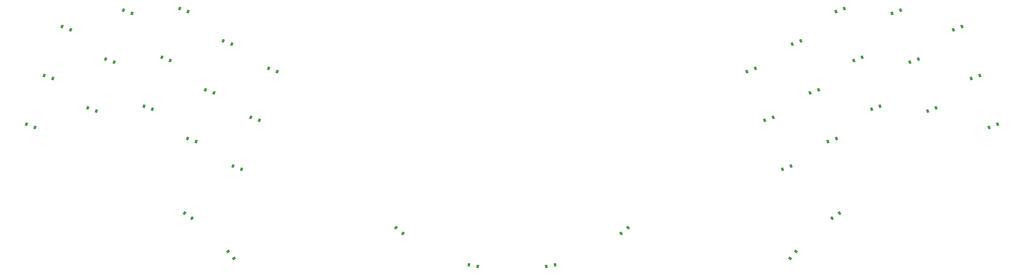
<source format=gbr>
%TF.GenerationSoftware,KiCad,Pcbnew,8.0.1*%
%TF.CreationDate,2024-05-01T11:59:16+09:00*%
%TF.ProjectId,pcb_plate,7063625f-706c-4617-9465-2e6b69636164,v1.0.0*%
%TF.SameCoordinates,Original*%
%TF.FileFunction,Paste,Bot*%
%TF.FilePolarity,Positive*%
%FSLAX46Y46*%
G04 Gerber Fmt 4.6, Leading zero omitted, Abs format (unit mm)*
G04 Created by KiCad (PCBNEW 8.0.1) date 2024-05-01 11:59:16*
%MOMM*%
%LPD*%
G01*
G04 APERTURE LIST*
G04 Aperture macros list*
%AMRotRect*
0 Rectangle, with rotation*
0 The origin of the aperture is its center*
0 $1 length*
0 $2 width*
0 $3 Rotation angle, in degrees counterclockwise*
0 Add horizontal line*
21,1,$1,$2,0,0,$3*%
G04 Aperture macros list end*
%ADD10RotRect,0.900000X1.200000X340.000000*%
%ADD11RotRect,0.900000X1.200000X20.000000*%
%ADD12RotRect,0.900000X1.200000X310.000000*%
%ADD13RotRect,0.900000X1.200000X35.000000*%
%ADD14RotRect,0.900000X1.200000X40.000000*%
%ADD15RotRect,0.900000X1.200000X50.000000*%
%ADD16RotRect,0.900000X1.200000X350.000000*%
%ADD17RotRect,0.900000X1.200000X320.000000*%
%ADD18RotRect,0.900000X1.200000X325.000000*%
%ADD19RotRect,0.900000X1.200000X10.000000*%
G04 APERTURE END LIST*
D10*
%TO.C,D4*%
X57151549Y-132907162D03*
X60252535Y-134035826D03*
%TD*%
D11*
%TO.C,D29*%
X327733626Y-145276684D03*
X330834608Y-144148020D03*
%TD*%
%TO.C,D26*%
X343680124Y-133390855D03*
X346781106Y-132262191D03*
%TD*%
%TO.C,D27*%
X337164639Y-115489708D03*
X340265621Y-114361044D03*
%TD*%
D10*
%TO.C,D12*%
X106636360Y-108345727D03*
X109737346Y-109474391D03*
%TD*%
D12*
%TO.C,D17*%
X108447959Y-185559584D03*
X110569161Y-188087528D03*
%TD*%
D11*
%TO.C,D28*%
X330649152Y-97588570D03*
X333750134Y-96459906D03*
%TD*%
%TO.C,D34*%
X298104614Y-119570114D03*
X301205596Y-118441450D03*
%TD*%
D13*
%TO.C,D35*%
X329261407Y-173375393D03*
X331964605Y-171482595D03*
%TD*%
D11*
%TO.C,D20*%
X386649442Y-140051154D03*
X389750424Y-138922490D03*
%TD*%
D10*
%TO.C,D14*%
X116718924Y-136342592D03*
X119819910Y-137471256D03*
%TD*%
D14*
%TO.C,D37*%
X252091180Y-178975437D03*
X254619124Y-176854235D03*
%TD*%
D10*
%TO.C,D7*%
X77658888Y-132262200D03*
X80759874Y-133390864D03*
%TD*%
%TO.C,D1*%
X34689571Y-138922484D03*
X37790557Y-140051148D03*
%TD*%
%TO.C,D15*%
X123234406Y-118441449D03*
X126335392Y-119570113D03*
%TD*%
D11*
%TO.C,D24*%
X357671982Y-116134682D03*
X360772964Y-115006018D03*
%TD*%
D15*
%TO.C,D36*%
X313870837Y-188087528D03*
X315992041Y-185559580D03*
%TD*%
D11*
%TO.C,D33*%
X304620093Y-137471252D03*
X307721075Y-136342588D03*
%TD*%
%TO.C,D21*%
X380133960Y-122150006D03*
X383234942Y-121021342D03*
%TD*%
D10*
%TO.C,D9*%
X90689863Y-96459908D03*
X93790849Y-97588572D03*
%TD*%
D16*
%TO.C,D19*%
X196433214Y-190457782D03*
X199683080Y-191030818D03*
%TD*%
D10*
%TO.C,D13*%
X110203438Y-154243734D03*
X113304424Y-155372398D03*
%TD*%
D11*
%TO.C,D30*%
X321218142Y-127375542D03*
X324319124Y-126246878D03*
%TD*%
D17*
%TO.C,D18*%
X169820880Y-176854242D03*
X172348828Y-178975446D03*
%TD*%
D10*
%TO.C,D11*%
X100120880Y-126246877D03*
X103221866Y-127375541D03*
%TD*%
D11*
%TO.C,D23*%
X364187462Y-134035835D03*
X367288444Y-132907171D03*
%TD*%
D10*
%TO.C,D3*%
X47720538Y-103120198D03*
X50821524Y-104248862D03*
%TD*%
D11*
%TO.C,D22*%
X373618476Y-104248858D03*
X376719458Y-103120194D03*
%TD*%
D10*
%TO.C,D5*%
X63667038Y-115006019D03*
X66768024Y-116134683D03*
%TD*%
D11*
%TO.C,D31*%
X314702655Y-109474394D03*
X317803637Y-108345730D03*
%TD*%
D10*
%TO.C,D8*%
X84174376Y-114361048D03*
X87275362Y-115489712D03*
%TD*%
D18*
%TO.C,D16*%
X92475401Y-171482596D03*
X95178603Y-173375396D03*
%TD*%
D11*
%TO.C,D32*%
X311135571Y-155372400D03*
X314236553Y-154243736D03*
%TD*%
D19*
%TO.C,D38*%
X224756917Y-191030820D03*
X228006779Y-190457786D03*
%TD*%
D10*
%TO.C,D10*%
X93605399Y-144148022D03*
X96706385Y-145276686D03*
%TD*%
%TO.C,D2*%
X41205053Y-121021340D03*
X44306039Y-122150004D03*
%TD*%
D11*
%TO.C,D25*%
X351156495Y-98233541D03*
X354257477Y-97104877D03*
%TD*%
D10*
%TO.C,D6*%
X70182522Y-97104882D03*
X73283508Y-98233546D03*
%TD*%
M02*

</source>
